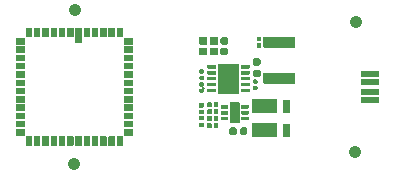
<source format=gbr>
G04 #@! TF.GenerationSoftware,KiCad,Pcbnew,(5.1.12)-1*
G04 #@! TF.CreationDate,2024-10-20T15:32:40+08:00*
G04 #@! TF.ProjectId,Kicad_LFOV_RigidFlex_Assembly_Screwhole2,4b696361-645f-44c4-964f-565f52696769,rev?*
G04 #@! TF.SameCoordinates,Original*
G04 #@! TF.FileFunction,Soldermask,Bot*
G04 #@! TF.FilePolarity,Negative*
%FSLAX46Y46*%
G04 Gerber Fmt 4.6, Leading zero omitted, Abs format (unit mm)*
G04 Created by KiCad (PCBNEW (5.1.12)-1) date 2024-10-20 15:32:40*
%MOMM*%
%LPD*%
G01*
G04 APERTURE LIST*
%ADD10C,0.050000*%
%ADD11C,1.050800*%
G04 APERTURE END LIST*
D10*
X105322600Y-111835200D02*
G75*
G03*
X105322600Y-111835200I-100000J0D01*
G01*
X105322600Y-111835200D02*
G75*
G03*
X105322600Y-111835200I-100000J0D01*
G01*
D11*
X118105260Y-117235780D03*
X118107800Y-106227880D03*
G36*
G01*
X99290400Y-115334000D02*
X99290400Y-115834000D01*
G75*
G02*
X99265000Y-115859400I-25400J0D01*
G01*
X98525000Y-115859400D01*
G75*
G02*
X98499600Y-115834000I0J25400D01*
G01*
X98499600Y-115334000D01*
G75*
G02*
X98525000Y-115308600I25400J0D01*
G01*
X99265000Y-115308600D01*
G75*
G02*
X99290400Y-115334000I0J-25400D01*
G01*
G37*
G36*
G01*
X99290400Y-114634000D02*
X99290400Y-115134000D01*
G75*
G02*
X99265000Y-115159400I-25400J0D01*
G01*
X98525000Y-115159400D01*
G75*
G02*
X98499600Y-115134000I0J25400D01*
G01*
X98499600Y-114634000D01*
G75*
G02*
X98525000Y-114608600I25400J0D01*
G01*
X99265000Y-114608600D01*
G75*
G02*
X99290400Y-114634000I0J-25400D01*
G01*
G37*
G36*
G01*
X99290400Y-113934000D02*
X99290400Y-114434000D01*
G75*
G02*
X99265000Y-114459400I-25400J0D01*
G01*
X98525000Y-114459400D01*
G75*
G02*
X98499600Y-114434000I0J25400D01*
G01*
X98499600Y-113934000D01*
G75*
G02*
X98525000Y-113908600I25400J0D01*
G01*
X99265000Y-113908600D01*
G75*
G02*
X99290400Y-113934000I0J-25400D01*
G01*
G37*
G36*
G01*
X99290400Y-113234000D02*
X99290400Y-113734000D01*
G75*
G02*
X99265000Y-113759400I-25400J0D01*
G01*
X98525000Y-113759400D01*
G75*
G02*
X98499600Y-113734000I0J25400D01*
G01*
X98499600Y-113234000D01*
G75*
G02*
X98525000Y-113208600I25400J0D01*
G01*
X99265000Y-113208600D01*
G75*
G02*
X99290400Y-113234000I0J-25400D01*
G01*
G37*
G36*
G01*
X99290400Y-112534000D02*
X99290400Y-113034000D01*
G75*
G02*
X99265000Y-113059400I-25400J0D01*
G01*
X98525000Y-113059400D01*
G75*
G02*
X98499600Y-113034000I0J25400D01*
G01*
X98499600Y-112534000D01*
G75*
G02*
X98525000Y-112508600I25400J0D01*
G01*
X99265000Y-112508600D01*
G75*
G02*
X99290400Y-112534000I0J-25400D01*
G01*
G37*
G36*
G01*
X99290400Y-111834000D02*
X99290400Y-112334000D01*
G75*
G02*
X99265000Y-112359400I-25400J0D01*
G01*
X98525000Y-112359400D01*
G75*
G02*
X98499600Y-112334000I0J25400D01*
G01*
X98499600Y-111834000D01*
G75*
G02*
X98525000Y-111808600I25400J0D01*
G01*
X99265000Y-111808600D01*
G75*
G02*
X99290400Y-111834000I0J-25400D01*
G01*
G37*
G36*
G01*
X99290400Y-111134000D02*
X99290400Y-111634000D01*
G75*
G02*
X99265000Y-111659400I-25400J0D01*
G01*
X98525000Y-111659400D01*
G75*
G02*
X98499600Y-111634000I0J25400D01*
G01*
X98499600Y-111134000D01*
G75*
G02*
X98525000Y-111108600I25400J0D01*
G01*
X99265000Y-111108600D01*
G75*
G02*
X99290400Y-111134000I0J-25400D01*
G01*
G37*
G36*
G01*
X99290400Y-110434000D02*
X99290400Y-110934000D01*
G75*
G02*
X99265000Y-110959400I-25400J0D01*
G01*
X98525000Y-110959400D01*
G75*
G02*
X98499600Y-110934000I0J25400D01*
G01*
X98499600Y-110434000D01*
G75*
G02*
X98525000Y-110408600I25400J0D01*
G01*
X99265000Y-110408600D01*
G75*
G02*
X99290400Y-110434000I0J-25400D01*
G01*
G37*
G36*
G01*
X99290400Y-109734000D02*
X99290400Y-110234000D01*
G75*
G02*
X99265000Y-110259400I-25400J0D01*
G01*
X98525000Y-110259400D01*
G75*
G02*
X98499600Y-110234000I0J25400D01*
G01*
X98499600Y-109734000D01*
G75*
G02*
X98525000Y-109708600I25400J0D01*
G01*
X99265000Y-109708600D01*
G75*
G02*
X99290400Y-109734000I0J-25400D01*
G01*
G37*
G36*
G01*
X99290400Y-109034000D02*
X99290400Y-109534000D01*
G75*
G02*
X99265000Y-109559400I-25400J0D01*
G01*
X98525000Y-109559400D01*
G75*
G02*
X98499600Y-109534000I0J25400D01*
G01*
X98499600Y-109034000D01*
G75*
G02*
X98525000Y-109008600I25400J0D01*
G01*
X99265000Y-109008600D01*
G75*
G02*
X99290400Y-109034000I0J-25400D01*
G01*
G37*
G36*
G01*
X99290400Y-108334000D02*
X99290400Y-108834000D01*
G75*
G02*
X99265000Y-108859400I-25400J0D01*
G01*
X98525000Y-108859400D01*
G75*
G02*
X98499600Y-108834000I0J25400D01*
G01*
X98499600Y-108334000D01*
G75*
G02*
X98525000Y-108308600I25400J0D01*
G01*
X99265000Y-108308600D01*
G75*
G02*
X99290400Y-108334000I0J-25400D01*
G01*
G37*
G36*
G01*
X99290400Y-107634000D02*
X99290400Y-108134000D01*
G75*
G02*
X99265000Y-108159400I-25400J0D01*
G01*
X98525000Y-108159400D01*
G75*
G02*
X98499600Y-108134000I0J25400D01*
G01*
X98499600Y-107634000D01*
G75*
G02*
X98525000Y-107608600I25400J0D01*
G01*
X99265000Y-107608600D01*
G75*
G02*
X99290400Y-107634000I0J-25400D01*
G01*
G37*
G36*
G01*
X98410000Y-107544400D02*
X97910000Y-107544400D01*
G75*
G02*
X97884600Y-107519000I0J25400D01*
G01*
X97884600Y-106779000D01*
G75*
G02*
X97910000Y-106753600I25400J0D01*
G01*
X98410000Y-106753600D01*
G75*
G02*
X98435400Y-106779000I0J-25400D01*
G01*
X98435400Y-107519000D01*
G75*
G02*
X98410000Y-107544400I-25400J0D01*
G01*
G37*
G36*
G01*
X97710000Y-107544400D02*
X97210000Y-107544400D01*
G75*
G02*
X97184600Y-107519000I0J25400D01*
G01*
X97184600Y-106779000D01*
G75*
G02*
X97210000Y-106753600I25400J0D01*
G01*
X97710000Y-106753600D01*
G75*
G02*
X97735400Y-106779000I0J-25400D01*
G01*
X97735400Y-107519000D01*
G75*
G02*
X97710000Y-107544400I-25400J0D01*
G01*
G37*
G36*
G01*
X97010000Y-107544400D02*
X96510000Y-107544400D01*
G75*
G02*
X96484600Y-107519000I0J25400D01*
G01*
X96484600Y-106779000D01*
G75*
G02*
X96510000Y-106753600I25400J0D01*
G01*
X97010000Y-106753600D01*
G75*
G02*
X97035400Y-106779000I0J-25400D01*
G01*
X97035400Y-107519000D01*
G75*
G02*
X97010000Y-107544400I-25400J0D01*
G01*
G37*
G36*
G01*
X96310000Y-107544400D02*
X95810000Y-107544400D01*
G75*
G02*
X95784600Y-107519000I0J25400D01*
G01*
X95784600Y-106779000D01*
G75*
G02*
X95810000Y-106753600I25400J0D01*
G01*
X96310000Y-106753600D01*
G75*
G02*
X96335400Y-106779000I0J-25400D01*
G01*
X96335400Y-107519000D01*
G75*
G02*
X96310000Y-107544400I-25400J0D01*
G01*
G37*
G36*
G01*
X95610000Y-107544400D02*
X95110000Y-107544400D01*
G75*
G02*
X95084600Y-107519000I0J25400D01*
G01*
X95084600Y-106779000D01*
G75*
G02*
X95110000Y-106753600I25400J0D01*
G01*
X95610000Y-106753600D01*
G75*
G02*
X95635400Y-106779000I0J-25400D01*
G01*
X95635400Y-107519000D01*
G75*
G02*
X95610000Y-107544400I-25400J0D01*
G01*
G37*
G36*
G01*
X94910000Y-108052400D02*
X94410000Y-108052400D01*
G75*
G02*
X94384600Y-108027000I0J25400D01*
G01*
X94384600Y-106779000D01*
G75*
G02*
X94410000Y-106753600I25400J0D01*
G01*
X94910000Y-106753600D01*
G75*
G02*
X94935400Y-106779000I0J-25400D01*
G01*
X94935400Y-108027000D01*
G75*
G02*
X94910000Y-108052400I-25400J0D01*
G01*
G37*
G36*
G01*
X94210000Y-107544400D02*
X93710000Y-107544400D01*
G75*
G02*
X93684600Y-107519000I0J25400D01*
G01*
X93684600Y-106779000D01*
G75*
G02*
X93710000Y-106753600I25400J0D01*
G01*
X94210000Y-106753600D01*
G75*
G02*
X94235400Y-106779000I0J-25400D01*
G01*
X94235400Y-107519000D01*
G75*
G02*
X94210000Y-107544400I-25400J0D01*
G01*
G37*
G36*
G01*
X93510000Y-107544400D02*
X93010000Y-107544400D01*
G75*
G02*
X92984600Y-107519000I0J25400D01*
G01*
X92984600Y-106779000D01*
G75*
G02*
X93010000Y-106753600I25400J0D01*
G01*
X93510000Y-106753600D01*
G75*
G02*
X93535400Y-106779000I0J-25400D01*
G01*
X93535400Y-107519000D01*
G75*
G02*
X93510000Y-107544400I-25400J0D01*
G01*
G37*
G36*
G01*
X92810000Y-107544400D02*
X92310000Y-107544400D01*
G75*
G02*
X92284600Y-107519000I0J25400D01*
G01*
X92284600Y-106779000D01*
G75*
G02*
X92310000Y-106753600I25400J0D01*
G01*
X92810000Y-106753600D01*
G75*
G02*
X92835400Y-106779000I0J-25400D01*
G01*
X92835400Y-107519000D01*
G75*
G02*
X92810000Y-107544400I-25400J0D01*
G01*
G37*
G36*
G01*
X92110000Y-107544400D02*
X91610000Y-107544400D01*
G75*
G02*
X91584600Y-107519000I0J25400D01*
G01*
X91584600Y-106779000D01*
G75*
G02*
X91610000Y-106753600I25400J0D01*
G01*
X92110000Y-106753600D01*
G75*
G02*
X92135400Y-106779000I0J-25400D01*
G01*
X92135400Y-107519000D01*
G75*
G02*
X92110000Y-107544400I-25400J0D01*
G01*
G37*
G36*
G01*
X91410000Y-107544400D02*
X90910000Y-107544400D01*
G75*
G02*
X90884600Y-107519000I0J25400D01*
G01*
X90884600Y-106779000D01*
G75*
G02*
X90910000Y-106753600I25400J0D01*
G01*
X91410000Y-106753600D01*
G75*
G02*
X91435400Y-106779000I0J-25400D01*
G01*
X91435400Y-107519000D01*
G75*
G02*
X91410000Y-107544400I-25400J0D01*
G01*
G37*
G36*
G01*
X90710000Y-107544400D02*
X90210000Y-107544400D01*
G75*
G02*
X90184600Y-107519000I0J25400D01*
G01*
X90184600Y-106779000D01*
G75*
G02*
X90210000Y-106753600I25400J0D01*
G01*
X90710000Y-106753600D01*
G75*
G02*
X90735400Y-106779000I0J-25400D01*
G01*
X90735400Y-107519000D01*
G75*
G02*
X90710000Y-107544400I-25400J0D01*
G01*
G37*
G36*
G01*
X90120400Y-107634000D02*
X90120400Y-108134000D01*
G75*
G02*
X90095000Y-108159400I-25400J0D01*
G01*
X89355000Y-108159400D01*
G75*
G02*
X89329600Y-108134000I0J25400D01*
G01*
X89329600Y-107634000D01*
G75*
G02*
X89355000Y-107608600I25400J0D01*
G01*
X90095000Y-107608600D01*
G75*
G02*
X90120400Y-107634000I0J-25400D01*
G01*
G37*
G36*
G01*
X90120400Y-108334000D02*
X90120400Y-108834000D01*
G75*
G02*
X90095000Y-108859400I-25400J0D01*
G01*
X89355000Y-108859400D01*
G75*
G02*
X89329600Y-108834000I0J25400D01*
G01*
X89329600Y-108334000D01*
G75*
G02*
X89355000Y-108308600I25400J0D01*
G01*
X90095000Y-108308600D01*
G75*
G02*
X90120400Y-108334000I0J-25400D01*
G01*
G37*
G36*
G01*
X90120400Y-109034000D02*
X90120400Y-109534000D01*
G75*
G02*
X90095000Y-109559400I-25400J0D01*
G01*
X89355000Y-109559400D01*
G75*
G02*
X89329600Y-109534000I0J25400D01*
G01*
X89329600Y-109034000D01*
G75*
G02*
X89355000Y-109008600I25400J0D01*
G01*
X90095000Y-109008600D01*
G75*
G02*
X90120400Y-109034000I0J-25400D01*
G01*
G37*
G36*
G01*
X90120400Y-109734000D02*
X90120400Y-110234000D01*
G75*
G02*
X90095000Y-110259400I-25400J0D01*
G01*
X89355000Y-110259400D01*
G75*
G02*
X89329600Y-110234000I0J25400D01*
G01*
X89329600Y-109734000D01*
G75*
G02*
X89355000Y-109708600I25400J0D01*
G01*
X90095000Y-109708600D01*
G75*
G02*
X90120400Y-109734000I0J-25400D01*
G01*
G37*
G36*
G01*
X90120400Y-110434000D02*
X90120400Y-110934000D01*
G75*
G02*
X90095000Y-110959400I-25400J0D01*
G01*
X89355000Y-110959400D01*
G75*
G02*
X89329600Y-110934000I0J25400D01*
G01*
X89329600Y-110434000D01*
G75*
G02*
X89355000Y-110408600I25400J0D01*
G01*
X90095000Y-110408600D01*
G75*
G02*
X90120400Y-110434000I0J-25400D01*
G01*
G37*
G36*
G01*
X90120400Y-111134000D02*
X90120400Y-111634000D01*
G75*
G02*
X90095000Y-111659400I-25400J0D01*
G01*
X89355000Y-111659400D01*
G75*
G02*
X89329600Y-111634000I0J25400D01*
G01*
X89329600Y-111134000D01*
G75*
G02*
X89355000Y-111108600I25400J0D01*
G01*
X90095000Y-111108600D01*
G75*
G02*
X90120400Y-111134000I0J-25400D01*
G01*
G37*
G36*
G01*
X90120400Y-111834000D02*
X90120400Y-112334000D01*
G75*
G02*
X90095000Y-112359400I-25400J0D01*
G01*
X89355000Y-112359400D01*
G75*
G02*
X89329600Y-112334000I0J25400D01*
G01*
X89329600Y-111834000D01*
G75*
G02*
X89355000Y-111808600I25400J0D01*
G01*
X90095000Y-111808600D01*
G75*
G02*
X90120400Y-111834000I0J-25400D01*
G01*
G37*
G36*
G01*
X90120400Y-112534000D02*
X90120400Y-113034000D01*
G75*
G02*
X90095000Y-113059400I-25400J0D01*
G01*
X89355000Y-113059400D01*
G75*
G02*
X89329600Y-113034000I0J25400D01*
G01*
X89329600Y-112534000D01*
G75*
G02*
X89355000Y-112508600I25400J0D01*
G01*
X90095000Y-112508600D01*
G75*
G02*
X90120400Y-112534000I0J-25400D01*
G01*
G37*
G36*
G01*
X90120400Y-113234000D02*
X90120400Y-113734000D01*
G75*
G02*
X90095000Y-113759400I-25400J0D01*
G01*
X89355000Y-113759400D01*
G75*
G02*
X89329600Y-113734000I0J25400D01*
G01*
X89329600Y-113234000D01*
G75*
G02*
X89355000Y-113208600I25400J0D01*
G01*
X90095000Y-113208600D01*
G75*
G02*
X90120400Y-113234000I0J-25400D01*
G01*
G37*
G36*
G01*
X90120400Y-113934000D02*
X90120400Y-114434000D01*
G75*
G02*
X90095000Y-114459400I-25400J0D01*
G01*
X89355000Y-114459400D01*
G75*
G02*
X89329600Y-114434000I0J25400D01*
G01*
X89329600Y-113934000D01*
G75*
G02*
X89355000Y-113908600I25400J0D01*
G01*
X90095000Y-113908600D01*
G75*
G02*
X90120400Y-113934000I0J-25400D01*
G01*
G37*
G36*
G01*
X90120400Y-114634000D02*
X90120400Y-115134000D01*
G75*
G02*
X90095000Y-115159400I-25400J0D01*
G01*
X89355000Y-115159400D01*
G75*
G02*
X89329600Y-115134000I0J25400D01*
G01*
X89329600Y-114634000D01*
G75*
G02*
X89355000Y-114608600I25400J0D01*
G01*
X90095000Y-114608600D01*
G75*
G02*
X90120400Y-114634000I0J-25400D01*
G01*
G37*
G36*
G01*
X90120400Y-115334000D02*
X90120400Y-115834000D01*
G75*
G02*
X90095000Y-115859400I-25400J0D01*
G01*
X89355000Y-115859400D01*
G75*
G02*
X89329600Y-115834000I0J25400D01*
G01*
X89329600Y-115334000D01*
G75*
G02*
X89355000Y-115308600I25400J0D01*
G01*
X90095000Y-115308600D01*
G75*
G02*
X90120400Y-115334000I0J-25400D01*
G01*
G37*
G36*
G01*
X90710000Y-116714400D02*
X90210000Y-116714400D01*
G75*
G02*
X90184600Y-116689000I0J25400D01*
G01*
X90184600Y-115949000D01*
G75*
G02*
X90210000Y-115923600I25400J0D01*
G01*
X90710000Y-115923600D01*
G75*
G02*
X90735400Y-115949000I0J-25400D01*
G01*
X90735400Y-116689000D01*
G75*
G02*
X90710000Y-116714400I-25400J0D01*
G01*
G37*
G36*
G01*
X91410000Y-116714400D02*
X90910000Y-116714400D01*
G75*
G02*
X90884600Y-116689000I0J25400D01*
G01*
X90884600Y-115949000D01*
G75*
G02*
X90910000Y-115923600I25400J0D01*
G01*
X91410000Y-115923600D01*
G75*
G02*
X91435400Y-115949000I0J-25400D01*
G01*
X91435400Y-116689000D01*
G75*
G02*
X91410000Y-116714400I-25400J0D01*
G01*
G37*
G36*
G01*
X92110000Y-116714400D02*
X91610000Y-116714400D01*
G75*
G02*
X91584600Y-116689000I0J25400D01*
G01*
X91584600Y-115949000D01*
G75*
G02*
X91610000Y-115923600I25400J0D01*
G01*
X92110000Y-115923600D01*
G75*
G02*
X92135400Y-115949000I0J-25400D01*
G01*
X92135400Y-116689000D01*
G75*
G02*
X92110000Y-116714400I-25400J0D01*
G01*
G37*
G36*
G01*
X92810000Y-116714400D02*
X92310000Y-116714400D01*
G75*
G02*
X92284600Y-116689000I0J25400D01*
G01*
X92284600Y-115949000D01*
G75*
G02*
X92310000Y-115923600I25400J0D01*
G01*
X92810000Y-115923600D01*
G75*
G02*
X92835400Y-115949000I0J-25400D01*
G01*
X92835400Y-116689000D01*
G75*
G02*
X92810000Y-116714400I-25400J0D01*
G01*
G37*
G36*
G01*
X93510000Y-116714400D02*
X93010000Y-116714400D01*
G75*
G02*
X92984600Y-116689000I0J25400D01*
G01*
X92984600Y-115949000D01*
G75*
G02*
X93010000Y-115923600I25400J0D01*
G01*
X93510000Y-115923600D01*
G75*
G02*
X93535400Y-115949000I0J-25400D01*
G01*
X93535400Y-116689000D01*
G75*
G02*
X93510000Y-116714400I-25400J0D01*
G01*
G37*
G36*
G01*
X94210000Y-116714400D02*
X93710000Y-116714400D01*
G75*
G02*
X93684600Y-116689000I0J25400D01*
G01*
X93684600Y-115949000D01*
G75*
G02*
X93710000Y-115923600I25400J0D01*
G01*
X94210000Y-115923600D01*
G75*
G02*
X94235400Y-115949000I0J-25400D01*
G01*
X94235400Y-116689000D01*
G75*
G02*
X94210000Y-116714400I-25400J0D01*
G01*
G37*
G36*
G01*
X94910000Y-116714400D02*
X94410000Y-116714400D01*
G75*
G02*
X94384600Y-116689000I0J25400D01*
G01*
X94384600Y-115949000D01*
G75*
G02*
X94410000Y-115923600I25400J0D01*
G01*
X94910000Y-115923600D01*
G75*
G02*
X94935400Y-115949000I0J-25400D01*
G01*
X94935400Y-116689000D01*
G75*
G02*
X94910000Y-116714400I-25400J0D01*
G01*
G37*
G36*
G01*
X95610000Y-116714400D02*
X95110000Y-116714400D01*
G75*
G02*
X95084600Y-116689000I0J25400D01*
G01*
X95084600Y-115949000D01*
G75*
G02*
X95110000Y-115923600I25400J0D01*
G01*
X95610000Y-115923600D01*
G75*
G02*
X95635400Y-115949000I0J-25400D01*
G01*
X95635400Y-116689000D01*
G75*
G02*
X95610000Y-116714400I-25400J0D01*
G01*
G37*
G36*
G01*
X96310000Y-116714400D02*
X95810000Y-116714400D01*
G75*
G02*
X95784600Y-116689000I0J25400D01*
G01*
X95784600Y-115949000D01*
G75*
G02*
X95810000Y-115923600I25400J0D01*
G01*
X96310000Y-115923600D01*
G75*
G02*
X96335400Y-115949000I0J-25400D01*
G01*
X96335400Y-116689000D01*
G75*
G02*
X96310000Y-116714400I-25400J0D01*
G01*
G37*
G36*
G01*
X97010000Y-116714400D02*
X96510000Y-116714400D01*
G75*
G02*
X96484600Y-116689000I0J25400D01*
G01*
X96484600Y-115949000D01*
G75*
G02*
X96510000Y-115923600I25400J0D01*
G01*
X97010000Y-115923600D01*
G75*
G02*
X97035400Y-115949000I0J-25400D01*
G01*
X97035400Y-116689000D01*
G75*
G02*
X97010000Y-116714400I-25400J0D01*
G01*
G37*
G36*
G01*
X97710000Y-116714400D02*
X97210000Y-116714400D01*
G75*
G02*
X97184600Y-116689000I0J25400D01*
G01*
X97184600Y-115949000D01*
G75*
G02*
X97210000Y-115923600I25400J0D01*
G01*
X97710000Y-115923600D01*
G75*
G02*
X97735400Y-115949000I0J-25400D01*
G01*
X97735400Y-116689000D01*
G75*
G02*
X97710000Y-116714400I-25400J0D01*
G01*
G37*
G36*
G01*
X98410000Y-116714400D02*
X97910000Y-116714400D01*
G75*
G02*
X97884600Y-116689000I0J25400D01*
G01*
X97884600Y-115949000D01*
G75*
G02*
X97910000Y-115923600I25400J0D01*
G01*
X98410000Y-115923600D01*
G75*
G02*
X98435400Y-115949000I0J-25400D01*
G01*
X98435400Y-116689000D01*
G75*
G02*
X98410000Y-116714400I-25400J0D01*
G01*
G37*
G36*
G01*
X106431200Y-112286400D02*
X106431200Y-109786400D01*
G75*
G02*
X106456600Y-109761000I25400J0D01*
G01*
X108256600Y-109761000D01*
G75*
G02*
X108282000Y-109786400I0J-25400D01*
G01*
X108282000Y-112286400D01*
G75*
G02*
X108256600Y-112311800I-25400J0D01*
G01*
X106456600Y-112311800D01*
G75*
G02*
X106431200Y-112286400I0J25400D01*
G01*
G37*
G36*
G01*
X108431200Y-112166401D02*
X108431200Y-111906399D01*
G75*
G02*
X108456599Y-111881000I25399J0D01*
G01*
X109116601Y-111881000D01*
G75*
G02*
X109142000Y-111906399I0J-25399D01*
G01*
X109142000Y-112166401D01*
G75*
G02*
X109116601Y-112191800I-25399J0D01*
G01*
X108456599Y-112191800D01*
G75*
G02*
X108431200Y-112166401I0J25399D01*
G01*
G37*
G36*
G01*
X108431200Y-111666401D02*
X108431200Y-111406399D01*
G75*
G02*
X108456599Y-111381000I25399J0D01*
G01*
X109116601Y-111381000D01*
G75*
G02*
X109142000Y-111406399I0J-25399D01*
G01*
X109142000Y-111666401D01*
G75*
G02*
X109116601Y-111691800I-25399J0D01*
G01*
X108456599Y-111691800D01*
G75*
G02*
X108431200Y-111666401I0J25399D01*
G01*
G37*
G36*
G01*
X108431200Y-111166401D02*
X108431200Y-110906399D01*
G75*
G02*
X108456599Y-110881000I25399J0D01*
G01*
X109116601Y-110881000D01*
G75*
G02*
X109142000Y-110906399I0J-25399D01*
G01*
X109142000Y-111166401D01*
G75*
G02*
X109116601Y-111191800I-25399J0D01*
G01*
X108456599Y-111191800D01*
G75*
G02*
X108431200Y-111166401I0J25399D01*
G01*
G37*
G36*
G01*
X108431200Y-110666401D02*
X108431200Y-110406399D01*
G75*
G02*
X108456599Y-110381000I25399J0D01*
G01*
X109116601Y-110381000D01*
G75*
G02*
X109142000Y-110406399I0J-25399D01*
G01*
X109142000Y-110666401D01*
G75*
G02*
X109116601Y-110691800I-25399J0D01*
G01*
X108456599Y-110691800D01*
G75*
G02*
X108431200Y-110666401I0J25399D01*
G01*
G37*
G36*
G01*
X108431200Y-110166401D02*
X108431200Y-109906399D01*
G75*
G02*
X108456599Y-109881000I25399J0D01*
G01*
X109116601Y-109881000D01*
G75*
G02*
X109142000Y-109906399I0J-25399D01*
G01*
X109142000Y-110166401D01*
G75*
G02*
X109116601Y-110191800I-25399J0D01*
G01*
X108456599Y-110191800D01*
G75*
G02*
X108431200Y-110166401I0J25399D01*
G01*
G37*
G36*
G01*
X105571200Y-110166401D02*
X105571200Y-109906399D01*
G75*
G02*
X105596599Y-109881000I25399J0D01*
G01*
X106256601Y-109881000D01*
G75*
G02*
X106282000Y-109906399I0J-25399D01*
G01*
X106282000Y-110166401D01*
G75*
G02*
X106256601Y-110191800I-25399J0D01*
G01*
X105596599Y-110191800D01*
G75*
G02*
X105571200Y-110166401I0J25399D01*
G01*
G37*
G36*
G01*
X105571200Y-110666401D02*
X105571200Y-110406399D01*
G75*
G02*
X105596599Y-110381000I25399J0D01*
G01*
X106256601Y-110381000D01*
G75*
G02*
X106282000Y-110406399I0J-25399D01*
G01*
X106282000Y-110666401D01*
G75*
G02*
X106256601Y-110691800I-25399J0D01*
G01*
X105596599Y-110691800D01*
G75*
G02*
X105571200Y-110666401I0J25399D01*
G01*
G37*
G36*
G01*
X105571200Y-111166401D02*
X105571200Y-110906399D01*
G75*
G02*
X105596599Y-110881000I25399J0D01*
G01*
X106256601Y-110881000D01*
G75*
G02*
X106282000Y-110906399I0J-25399D01*
G01*
X106282000Y-111166401D01*
G75*
G02*
X106256601Y-111191800I-25399J0D01*
G01*
X105596599Y-111191800D01*
G75*
G02*
X105571200Y-111166401I0J25399D01*
G01*
G37*
G36*
G01*
X105571200Y-111666401D02*
X105571200Y-111406399D01*
G75*
G02*
X105596599Y-111381000I25399J0D01*
G01*
X106256601Y-111381000D01*
G75*
G02*
X106282000Y-111406399I0J-25399D01*
G01*
X106282000Y-111666401D01*
G75*
G02*
X106256601Y-111691800I-25399J0D01*
G01*
X105596599Y-111691800D01*
G75*
G02*
X105571200Y-111666401I0J25399D01*
G01*
G37*
G36*
G01*
X105571200Y-112166401D02*
X105571200Y-111906399D01*
G75*
G02*
X105596599Y-111881000I25399J0D01*
G01*
X106256601Y-111881000D01*
G75*
G02*
X106282000Y-111906399I0J-25399D01*
G01*
X106282000Y-112166401D01*
G75*
G02*
X106256601Y-112191800I-25399J0D01*
G01*
X105596599Y-112191800D01*
G75*
G02*
X105571200Y-112166401I0J25399D01*
G01*
G37*
G36*
G01*
X107439200Y-114772600D02*
X107439200Y-113072600D01*
G75*
G02*
X107464600Y-113047200I25400J0D01*
G01*
X108264600Y-113047200D01*
G75*
G02*
X108290000Y-113072600I0J-25400D01*
G01*
X108290000Y-114772600D01*
G75*
G02*
X108264600Y-114798000I-25400J0D01*
G01*
X107464600Y-114798000D01*
G75*
G02*
X107439200Y-114772600I0J25400D01*
G01*
G37*
G36*
G01*
X108439200Y-114552601D02*
X108439200Y-114292599D01*
G75*
G02*
X108464599Y-114267200I25399J0D01*
G01*
X109024601Y-114267200D01*
G75*
G02*
X109050000Y-114292599I0J-25399D01*
G01*
X109050000Y-114552601D01*
G75*
G02*
X109024601Y-114578000I-25399J0D01*
G01*
X108464599Y-114578000D01*
G75*
G02*
X108439200Y-114552601I0J25399D01*
G01*
G37*
G36*
G01*
X108439200Y-114052601D02*
X108439200Y-113792599D01*
G75*
G02*
X108464599Y-113767200I25399J0D01*
G01*
X109024601Y-113767200D01*
G75*
G02*
X109050000Y-113792599I0J-25399D01*
G01*
X109050000Y-114052601D01*
G75*
G02*
X109024601Y-114078000I-25399J0D01*
G01*
X108464599Y-114078000D01*
G75*
G02*
X108439200Y-114052601I0J25399D01*
G01*
G37*
G36*
G01*
X108439200Y-113552601D02*
X108439200Y-113292599D01*
G75*
G02*
X108464599Y-113267200I25399J0D01*
G01*
X109024601Y-113267200D01*
G75*
G02*
X109050000Y-113292599I0J-25399D01*
G01*
X109050000Y-113552601D01*
G75*
G02*
X109024601Y-113578000I-25399J0D01*
G01*
X108464599Y-113578000D01*
G75*
G02*
X108439200Y-113552601I0J25399D01*
G01*
G37*
G36*
G01*
X106679200Y-113552601D02*
X106679200Y-113292599D01*
G75*
G02*
X106704599Y-113267200I25399J0D01*
G01*
X107264601Y-113267200D01*
G75*
G02*
X107290000Y-113292599I0J-25399D01*
G01*
X107290000Y-113552601D01*
G75*
G02*
X107264601Y-113578000I-25399J0D01*
G01*
X106704599Y-113578000D01*
G75*
G02*
X106679200Y-113552601I0J25399D01*
G01*
G37*
G36*
G01*
X106679200Y-114052601D02*
X106679200Y-113792599D01*
G75*
G02*
X106704599Y-113767200I25399J0D01*
G01*
X107264601Y-113767200D01*
G75*
G02*
X107290000Y-113792599I0J-25399D01*
G01*
X107290000Y-114052601D01*
G75*
G02*
X107264601Y-114078000I-25399J0D01*
G01*
X106704599Y-114078000D01*
G75*
G02*
X106679200Y-114052601I0J25399D01*
G01*
G37*
G36*
G01*
X106679200Y-114552601D02*
X106679200Y-114292599D01*
G75*
G02*
X106704599Y-114267200I25399J0D01*
G01*
X107264601Y-114267200D01*
G75*
G02*
X107290000Y-114292599I0J-25399D01*
G01*
X107290000Y-114552601D01*
G75*
G02*
X107264601Y-114578000I-25399J0D01*
G01*
X106704599Y-114578000D01*
G75*
G02*
X106679200Y-114552601I0J25399D01*
G01*
G37*
G36*
G01*
X109344600Y-114808400D02*
X111464600Y-114808400D01*
G75*
G02*
X111490000Y-114833800I0J-25400D01*
G01*
X111490000Y-115923800D01*
G75*
G02*
X111464600Y-115949200I-25400J0D01*
G01*
X109344600Y-115949200D01*
G75*
G02*
X109319200Y-115923800I0J25400D01*
G01*
X109319200Y-114833800D01*
G75*
G02*
X109344600Y-114808400I25400J0D01*
G01*
G37*
G36*
G01*
X109344600Y-112778400D02*
X111464600Y-112778400D01*
G75*
G02*
X111490000Y-112803800I0J-25400D01*
G01*
X111490000Y-113893800D01*
G75*
G02*
X111464600Y-113919200I-25400J0D01*
G01*
X109344600Y-113919200D01*
G75*
G02*
X109319200Y-113893800I0J25400D01*
G01*
X109319200Y-112803800D01*
G75*
G02*
X109344600Y-112778400I25400J0D01*
G01*
G37*
G36*
G01*
X108053000Y-115314700D02*
X108053000Y-115680100D01*
G75*
G02*
X107895300Y-115837800I-157700J0D01*
G01*
X107579900Y-115837800D01*
G75*
G02*
X107422200Y-115680100I0J157700D01*
G01*
X107422200Y-115314700D01*
G75*
G02*
X107579900Y-115157000I157700J0D01*
G01*
X107895300Y-115157000D01*
G75*
G02*
X108053000Y-115314700I0J-157700D01*
G01*
G37*
G36*
G01*
X108943000Y-115314700D02*
X108943000Y-115680100D01*
G75*
G02*
X108785300Y-115837800I-157700J0D01*
G01*
X108469900Y-115837800D01*
G75*
G02*
X108312200Y-115680100I0J157700D01*
G01*
X108312200Y-115314700D01*
G75*
G02*
X108469900Y-115157000I157700J0D01*
G01*
X108785300Y-115157000D01*
G75*
G02*
X108943000Y-115314700I0J-157700D01*
G01*
G37*
G36*
G01*
X104955200Y-111893000D02*
X105165600Y-111893000D01*
G75*
G02*
X105255800Y-111983200I0J-90200D01*
G01*
X105255800Y-112163600D01*
G75*
G02*
X105165600Y-112253800I-90200J0D01*
G01*
X104955200Y-112253800D01*
G75*
G02*
X104865000Y-112163600I0J90200D01*
G01*
X104865000Y-111983200D01*
G75*
G02*
X104955200Y-111893000I90200J0D01*
G01*
G37*
G36*
G01*
X104955200Y-111343000D02*
X105165600Y-111343000D01*
G75*
G02*
X105255800Y-111433200I0J-90200D01*
G01*
X105255800Y-111613600D01*
G75*
G02*
X105165600Y-111703800I-90200J0D01*
G01*
X104955200Y-111703800D01*
G75*
G02*
X104865000Y-111613600I0J90200D01*
G01*
X104865000Y-111433200D01*
G75*
G02*
X104955200Y-111343000I90200J0D01*
G01*
G37*
G36*
G01*
X105191000Y-110611600D02*
X104980600Y-110611600D01*
G75*
G02*
X104890400Y-110521400I0J90200D01*
G01*
X104890400Y-110341000D01*
G75*
G02*
X104980600Y-110250800I90200J0D01*
G01*
X105191000Y-110250800D01*
G75*
G02*
X105281200Y-110341000I0J-90200D01*
G01*
X105281200Y-110521400D01*
G75*
G02*
X105191000Y-110611600I-90200J0D01*
G01*
G37*
G36*
G01*
X105191000Y-111161600D02*
X104980600Y-111161600D01*
G75*
G02*
X104890400Y-111071400I0J90200D01*
G01*
X104890400Y-110891000D01*
G75*
G02*
X104980600Y-110800800I90200J0D01*
G01*
X105191000Y-110800800D01*
G75*
G02*
X105281200Y-110891000I0J-90200D01*
G01*
X105281200Y-111071400D01*
G75*
G02*
X105191000Y-111161600I-90200J0D01*
G01*
G37*
G36*
G01*
X109722400Y-111465800D02*
X109512000Y-111465800D01*
G75*
G02*
X109421800Y-111375600I0J90200D01*
G01*
X109421800Y-111195200D01*
G75*
G02*
X109512000Y-111105000I90200J0D01*
G01*
X109722400Y-111105000D01*
G75*
G02*
X109812600Y-111195200I0J-90200D01*
G01*
X109812600Y-111375600D01*
G75*
G02*
X109722400Y-111465800I-90200J0D01*
G01*
G37*
G36*
G01*
X109722400Y-112015800D02*
X109512000Y-112015800D01*
G75*
G02*
X109421800Y-111925600I0J90200D01*
G01*
X109421800Y-111745200D01*
G75*
G02*
X109512000Y-111655000I90200J0D01*
G01*
X109722400Y-111655000D01*
G75*
G02*
X109812600Y-111745200I0J-90200D01*
G01*
X109812600Y-111925600D01*
G75*
G02*
X109722400Y-112015800I-90200J0D01*
G01*
G37*
G36*
G01*
X106808100Y-108422800D02*
X107173500Y-108422800D01*
G75*
G02*
X107331200Y-108580500I0J-157700D01*
G01*
X107331200Y-108895900D01*
G75*
G02*
X107173500Y-109053600I-157700J0D01*
G01*
X106808100Y-109053600D01*
G75*
G02*
X106650400Y-108895900I0J157700D01*
G01*
X106650400Y-108580500D01*
G75*
G02*
X106808100Y-108422800I157700J0D01*
G01*
G37*
G36*
G01*
X106808100Y-107532800D02*
X107173500Y-107532800D01*
G75*
G02*
X107331200Y-107690500I0J-157700D01*
G01*
X107331200Y-108005900D01*
G75*
G02*
X107173500Y-108163600I-157700J0D01*
G01*
X106808100Y-108163600D01*
G75*
G02*
X106650400Y-108005900I0J157700D01*
G01*
X106650400Y-107690500D01*
G75*
G02*
X106808100Y-107532800I157700J0D01*
G01*
G37*
G36*
G01*
X109559000Y-109307200D02*
X109929400Y-109307200D01*
G75*
G02*
X110089600Y-109467400I0J-160200D01*
G01*
X110089600Y-109787800D01*
G75*
G02*
X109929400Y-109948000I-160200J0D01*
G01*
X109559000Y-109948000D01*
G75*
G02*
X109398800Y-109787800I0J160200D01*
G01*
X109398800Y-109467400D01*
G75*
G02*
X109559000Y-109307200I160200J0D01*
G01*
G37*
G36*
G01*
X109559000Y-110277200D02*
X109929400Y-110277200D01*
G75*
G02*
X110089600Y-110437400I0J-160200D01*
G01*
X110089600Y-110757800D01*
G75*
G02*
X109929400Y-110918000I-160200J0D01*
G01*
X109559000Y-110918000D01*
G75*
G02*
X109398800Y-110757800I0J160200D01*
G01*
X109398800Y-110437400D01*
G75*
G02*
X109559000Y-110277200I160200J0D01*
G01*
G37*
G36*
G01*
X109752000Y-107498200D02*
X110092000Y-107498200D01*
G75*
G02*
X110117400Y-107523600I0J-25400D01*
G01*
X110117400Y-107833600D01*
G75*
G02*
X110092000Y-107859000I-25400J0D01*
G01*
X109752000Y-107859000D01*
G75*
G02*
X109726600Y-107833600I0J25400D01*
G01*
X109726600Y-107523600D01*
G75*
G02*
X109752000Y-107498200I25400J0D01*
G01*
G37*
G36*
G01*
X109752000Y-108048200D02*
X110092000Y-108048200D01*
G75*
G02*
X110117400Y-108073600I0J-25400D01*
G01*
X110117400Y-108383600D01*
G75*
G02*
X110092000Y-108409000I-25400J0D01*
G01*
X109752000Y-108409000D01*
G75*
G02*
X109726600Y-108383600I0J25400D01*
G01*
X109726600Y-108073600D01*
G75*
G02*
X109752000Y-108048200I25400J0D01*
G01*
G37*
G36*
G01*
X112959200Y-108413000D02*
X110339200Y-108413000D01*
G75*
G02*
X110313800Y-108387600I0J25400D01*
G01*
X110313800Y-107517600D01*
G75*
G02*
X110339200Y-107492200I25400J0D01*
G01*
X112959200Y-107492200D01*
G75*
G02*
X112984600Y-107517600I0J-25400D01*
G01*
X112984600Y-108387600D01*
G75*
G02*
X112959200Y-108413000I-25400J0D01*
G01*
G37*
G36*
G01*
X112959200Y-111463000D02*
X110339200Y-111463000D01*
G75*
G02*
X110313800Y-111437600I0J25400D01*
G01*
X110313800Y-110567600D01*
G75*
G02*
X110339200Y-110542200I25400J0D01*
G01*
X112959200Y-110542200D01*
G75*
G02*
X112984600Y-110567600I0J-25400D01*
G01*
X112984600Y-111437600D01*
G75*
G02*
X112959200Y-111463000I-25400J0D01*
G01*
G37*
G36*
G01*
X104905480Y-108405700D02*
X105535480Y-108405700D01*
G75*
G02*
X105560880Y-108431100I0J-25400D01*
G01*
X105560880Y-109011100D01*
G75*
G02*
X105535480Y-109036500I-25400J0D01*
G01*
X104905480Y-109036500D01*
G75*
G02*
X104880080Y-109011100I0J25400D01*
G01*
X104880080Y-108431100D01*
G75*
G02*
X104905480Y-108405700I25400J0D01*
G01*
G37*
G36*
G01*
X104905480Y-107515700D02*
X105535480Y-107515700D01*
G75*
G02*
X105560880Y-107541100I0J-25400D01*
G01*
X105560880Y-108121100D01*
G75*
G02*
X105535480Y-108146500I-25400J0D01*
G01*
X104905480Y-108146500D01*
G75*
G02*
X104880080Y-108121100I0J25400D01*
G01*
X104880080Y-107541100D01*
G75*
G02*
X104905480Y-107515700I25400J0D01*
G01*
G37*
G36*
G01*
X105794480Y-107515700D02*
X106424480Y-107515700D01*
G75*
G02*
X106449880Y-107541100I0J-25400D01*
G01*
X106449880Y-108121100D01*
G75*
G02*
X106424480Y-108146500I-25400J0D01*
G01*
X105794480Y-108146500D01*
G75*
G02*
X105769080Y-108121100I0J25400D01*
G01*
X105769080Y-107541100D01*
G75*
G02*
X105794480Y-107515700I25400J0D01*
G01*
G37*
G36*
G01*
X105794480Y-108405700D02*
X106424480Y-108405700D01*
G75*
G02*
X106449880Y-108431100I0J-25400D01*
G01*
X106449880Y-109011100D01*
G75*
G02*
X106424480Y-109036500I-25400J0D01*
G01*
X105794480Y-109036500D01*
G75*
G02*
X105769080Y-109011100I0J25400D01*
G01*
X105769080Y-108431100D01*
G75*
G02*
X105794480Y-108405700I25400J0D01*
G01*
G37*
G36*
G01*
X105570200Y-113416200D02*
X105570200Y-113076200D01*
G75*
G02*
X105595600Y-113050800I25400J0D01*
G01*
X105905600Y-113050800D01*
G75*
G02*
X105931000Y-113076200I0J-25400D01*
G01*
X105931000Y-113416200D01*
G75*
G02*
X105905600Y-113441600I-25400J0D01*
G01*
X105595600Y-113441600D01*
G75*
G02*
X105570200Y-113416200I0J25400D01*
G01*
G37*
G36*
G01*
X106120200Y-113416200D02*
X106120200Y-113076200D01*
G75*
G02*
X106145600Y-113050800I25400J0D01*
G01*
X106455600Y-113050800D01*
G75*
G02*
X106481000Y-113076200I0J-25400D01*
G01*
X106481000Y-113416200D01*
G75*
G02*
X106455600Y-113441600I-25400J0D01*
G01*
X106145600Y-113441600D01*
G75*
G02*
X106120200Y-113416200I0J25400D01*
G01*
G37*
G36*
G01*
X105570200Y-114000400D02*
X105570200Y-113660400D01*
G75*
G02*
X105595600Y-113635000I25400J0D01*
G01*
X105905600Y-113635000D01*
G75*
G02*
X105931000Y-113660400I0J-25400D01*
G01*
X105931000Y-114000400D01*
G75*
G02*
X105905600Y-114025800I-25400J0D01*
G01*
X105595600Y-114025800D01*
G75*
G02*
X105570200Y-114000400I0J25400D01*
G01*
G37*
G36*
G01*
X106120200Y-114000400D02*
X106120200Y-113660400D01*
G75*
G02*
X106145600Y-113635000I25400J0D01*
G01*
X106455600Y-113635000D01*
G75*
G02*
X106481000Y-113660400I0J-25400D01*
G01*
X106481000Y-114000400D01*
G75*
G02*
X106455600Y-114025800I-25400J0D01*
G01*
X106145600Y-114025800D01*
G75*
G02*
X106120200Y-114000400I0J25400D01*
G01*
G37*
G36*
G01*
X104890400Y-113121000D02*
X105230400Y-113121000D01*
G75*
G02*
X105255800Y-113146400I0J-25400D01*
G01*
X105255800Y-113456400D01*
G75*
G02*
X105230400Y-113481800I-25400J0D01*
G01*
X104890400Y-113481800D01*
G75*
G02*
X104865000Y-113456400I0J25400D01*
G01*
X104865000Y-113146400D01*
G75*
G02*
X104890400Y-113121000I25400J0D01*
G01*
G37*
G36*
G01*
X104890400Y-113671000D02*
X105230400Y-113671000D01*
G75*
G02*
X105255800Y-113696400I0J-25400D01*
G01*
X105255800Y-114006400D01*
G75*
G02*
X105230400Y-114031800I-25400J0D01*
G01*
X104890400Y-114031800D01*
G75*
G02*
X104865000Y-114006400I0J25400D01*
G01*
X104865000Y-113696400D01*
G75*
G02*
X104890400Y-113671000I25400J0D01*
G01*
G37*
G36*
G01*
X105931000Y-114244600D02*
X105931000Y-114584600D01*
G75*
G02*
X105905600Y-114610000I-25400J0D01*
G01*
X105595600Y-114610000D01*
G75*
G02*
X105570200Y-114584600I0J25400D01*
G01*
X105570200Y-114244600D01*
G75*
G02*
X105595600Y-114219200I25400J0D01*
G01*
X105905600Y-114219200D01*
G75*
G02*
X105931000Y-114244600I0J-25400D01*
G01*
G37*
G36*
G01*
X106481000Y-114244600D02*
X106481000Y-114584600D01*
G75*
G02*
X106455600Y-114610000I-25400J0D01*
G01*
X106145600Y-114610000D01*
G75*
G02*
X106120200Y-114584600I0J25400D01*
G01*
X106120200Y-114244600D01*
G75*
G02*
X106145600Y-114219200I25400J0D01*
G01*
X106455600Y-114219200D01*
G75*
G02*
X106481000Y-114244600I0J-25400D01*
G01*
G37*
G36*
G01*
X111988800Y-112819800D02*
X112528800Y-112819800D01*
G75*
G02*
X112554200Y-112845200I0J-25400D01*
G01*
X112554200Y-113905200D01*
G75*
G02*
X112528800Y-113930600I-25400J0D01*
G01*
X111988800Y-113930600D01*
G75*
G02*
X111963400Y-113905200I0J25400D01*
G01*
X111963400Y-112845200D01*
G75*
G02*
X111988800Y-112819800I25400J0D01*
G01*
G37*
G36*
G01*
X111988800Y-114879800D02*
X112528800Y-114879800D01*
G75*
G02*
X112554200Y-114905200I0J-25400D01*
G01*
X112554200Y-115965200D01*
G75*
G02*
X112528800Y-115990600I-25400J0D01*
G01*
X111988800Y-115990600D01*
G75*
G02*
X111963400Y-115965200I0J25400D01*
G01*
X111963400Y-114905200D01*
G75*
G02*
X111988800Y-114879800I25400J0D01*
G01*
G37*
G36*
G01*
X120079780Y-112385300D02*
X118579780Y-112385300D01*
G75*
G02*
X118554380Y-112359900I0J25400D01*
G01*
X118554380Y-111909900D01*
G75*
G02*
X118579780Y-111884500I25400J0D01*
G01*
X120079780Y-111884500D01*
G75*
G02*
X120105180Y-111909900I0J-25400D01*
G01*
X120105180Y-112359900D01*
G75*
G02*
X120079780Y-112385300I-25400J0D01*
G01*
G37*
G36*
G01*
X120079780Y-113085300D02*
X118579780Y-113085300D01*
G75*
G02*
X118554380Y-113059900I0J25400D01*
G01*
X118554380Y-112609900D01*
G75*
G02*
X118579780Y-112584500I25400J0D01*
G01*
X120079780Y-112584500D01*
G75*
G02*
X120105180Y-112609900I0J-25400D01*
G01*
X120105180Y-113059900D01*
G75*
G02*
X120079780Y-113085300I-25400J0D01*
G01*
G37*
G36*
G01*
X118579780Y-110407260D02*
X120079780Y-110407260D01*
G75*
G02*
X120105180Y-110432660I0J-25400D01*
G01*
X120105180Y-110882660D01*
G75*
G02*
X120079780Y-110908060I-25400J0D01*
G01*
X118579780Y-110908060D01*
G75*
G02*
X118554380Y-110882660I0J25400D01*
G01*
X118554380Y-110432660D01*
G75*
G02*
X118579780Y-110407260I25400J0D01*
G01*
G37*
G36*
G01*
X118579780Y-111107260D02*
X120079780Y-111107260D01*
G75*
G02*
X120105180Y-111132660I0J-25400D01*
G01*
X120105180Y-111582660D01*
G75*
G02*
X120079780Y-111608060I-25400J0D01*
G01*
X118579780Y-111608060D01*
G75*
G02*
X118554380Y-111582660I0J25400D01*
G01*
X118554380Y-111132660D01*
G75*
G02*
X118579780Y-111107260I25400J0D01*
G01*
G37*
G36*
G01*
X105555000Y-115184800D02*
X105555000Y-114844800D01*
G75*
G02*
X105580400Y-114819400I25400J0D01*
G01*
X105890400Y-114819400D01*
G75*
G02*
X105915800Y-114844800I0J-25400D01*
G01*
X105915800Y-115184800D01*
G75*
G02*
X105890400Y-115210200I-25400J0D01*
G01*
X105580400Y-115210200D01*
G75*
G02*
X105555000Y-115184800I0J25400D01*
G01*
G37*
G36*
G01*
X106105000Y-115184800D02*
X106105000Y-114844800D01*
G75*
G02*
X106130400Y-114819400I25400J0D01*
G01*
X106440400Y-114819400D01*
G75*
G02*
X106465800Y-114844800I0J-25400D01*
G01*
X106465800Y-115184800D01*
G75*
G02*
X106440400Y-115210200I-25400J0D01*
G01*
X106130400Y-115210200D01*
G75*
G02*
X106105000Y-115184800I0J25400D01*
G01*
G37*
G36*
G01*
X105230400Y-114574000D02*
X104890400Y-114574000D01*
G75*
G02*
X104865000Y-114548600I0J25400D01*
G01*
X104865000Y-114238600D01*
G75*
G02*
X104890400Y-114213200I25400J0D01*
G01*
X105230400Y-114213200D01*
G75*
G02*
X105255800Y-114238600I0J-25400D01*
G01*
X105255800Y-114548600D01*
G75*
G02*
X105230400Y-114574000I-25400J0D01*
G01*
G37*
G36*
G01*
X105230400Y-115124000D02*
X104890400Y-115124000D01*
G75*
G02*
X104865000Y-115098600I0J25400D01*
G01*
X104865000Y-114788600D01*
G75*
G02*
X104890400Y-114763200I25400J0D01*
G01*
X105230400Y-114763200D01*
G75*
G02*
X105255800Y-114788600I0J-25400D01*
G01*
X105255800Y-115098600D01*
G75*
G02*
X105230400Y-115124000I-25400J0D01*
G01*
G37*
X94313080Y-118231460D03*
X94315620Y-105226660D03*
M02*

</source>
